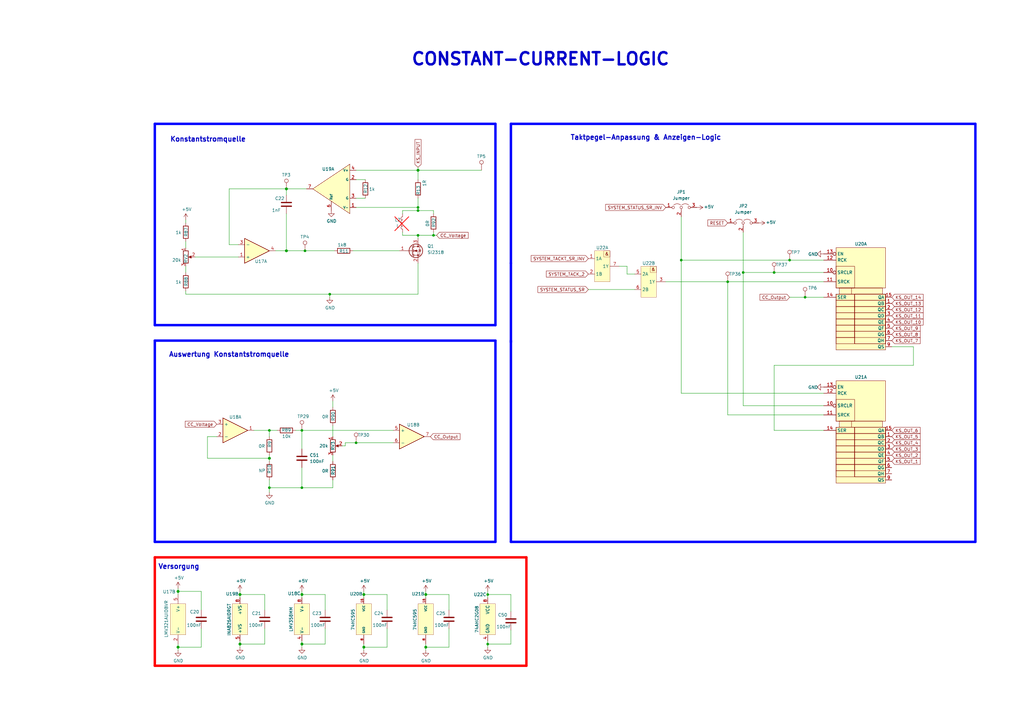
<source format=kicad_sch>
(kicad_sch (version 20210126) (generator eeschema)
  (paper "A3")
  (title_block (title "Kabeltester") (company "BMK Group") (comment 1 "Erstellt: Maximilian Hoffmann") (comment 2 "Geprüft: Robert Schulz"))
  (lib_symbols
    (symbol "Connector:TestPoint" (pin_numbers hide) (pin_names (offset 0.762) hide)
      (property "Reference" "TP" (at 0 6.858 0))
      (property "Value" "TestPoint" (at 0 5.08 0))
      (symbol "TestPoint_1_1"
        (pin passive line (at 0 0 90) (length 2.54) (name "1") (number "1"))
      )
    )
    (symbol "Device:C_1" (pin_numbers hide) (pin_names (offset 0.254))
      (property "Reference" "C" (at 0.635 2.54 0))
      (property "Value" "C" (at 0.635 -2.54 0))
      (symbol "C_1_1_1"
        (pin passive line (at 0 3.81 270) (length 2.794) (name "~") (number "1"))
        (pin passive line (at 0 -3.81 90) (length 2.794) (name "~") (number "2"))
      )
    )
    (symbol "Device:C_2" (pin_numbers hide) (pin_names (offset 0.254))
      (property "Reference" "C" (at 0.635 2.54 0))
      (property "Value" "C" (at 0.635 -2.54 0))
      (symbol "C_2_1_1"
        (pin passive line (at 0 3.81 270) (length 2.794) (name "~") (number "1"))
        (pin passive line (at 0 -3.81 90) (length 2.794) (name "~") (number "2"))
      )
    )
    (symbol "Device:C_3" (pin_numbers hide) (pin_names (offset 0.254))
      (property "Reference" "C" (at 0.635 2.54 0))
      (property "Value" "C" (at 0.635 -2.54 0))
      (symbol "C_3_1_1"
        (pin passive line (at 0 3.81 270) (length 2.794) (name "~") (number "1"))
        (pin passive line (at 0 -3.81 90) (length 2.794) (name "~") (number "2"))
      )
    )
    (symbol "Device:C_4" (pin_numbers hide) (pin_names (offset 0.254))
      (property "Reference" "C" (at 0.635 2.54 0))
      (property "Value" "C" (at 0.635 -2.54 0))
      (symbol "C_4_1_1"
        (pin passive line (at 0 3.81 270) (length 2.794) (name "~") (number "1"))
        (pin passive line (at 0 -3.81 90) (length 2.794) (name "~") (number "2"))
      )
    )
    (symbol "Device:C_5" (pin_numbers hide) (pin_names (offset 0.254))
      (property "Reference" "C" (at 0.635 2.54 0))
      (property "Value" "C" (at 0.635 -2.54 0))
      (symbol "C_5_1_1"
        (pin passive line (at 0 3.81 270) (length 2.794) (name "~") (number "1"))
        (pin passive line (at 0 -3.81 90) (length 2.794) (name "~") (number "2"))
      )
    )
    (symbol "Device:C_6" (pin_numbers hide) (pin_names (offset 0.254))
      (property "Reference" "C" (at 0.635 2.54 0))
      (property "Value" "C" (at 0.635 -2.54 0))
      (symbol "C_6_1_1"
        (pin passive line (at 0 3.81 270) (length 2.794) (name "~") (number "1"))
        (pin passive line (at 0 -3.81 90) (length 2.794) (name "~") (number "2"))
      )
    )
    (symbol "Device:C_8" (pin_numbers hide) (pin_names (offset 0.254))
      (property "Reference" "C" (at 0.635 2.54 0))
      (property "Value" "C" (at 0.635 -2.54 0))
      (symbol "C_8_1_1"
        (pin passive line (at 0 3.81 270) (length 2.794) (name "~") (number "1"))
        (pin passive line (at 0 -3.81 90) (length 2.794) (name "~") (number "2"))
      )
    )
    (symbol "Device:C_9" (pin_numbers hide) (pin_names (offset 0.254))
      (property "Reference" "C" (at 0.635 2.54 0))
      (property "Value" "C" (at 0.635 -2.54 0))
      (symbol "C_9_1_1"
        (pin passive line (at 0 3.81 270) (length 2.794) (name "~") (number "1"))
        (pin passive line (at 0 -3.81 90) (length 2.794) (name "~") (number "2"))
      )
    )
    (symbol "Device:L" (pin_numbers hide) (pin_names (offset 1.016) hide)
      (property "Reference" "L" (at -1.27 0 90))
      (property "Value" "L" (at 1.905 0 90))
      (symbol "L_1_1"
        (pin passive line (at 0 3.81 270) (length 1.27) (name "1") (number "1"))
        (pin passive line (at 0 -3.81 90) (length 1.27) (name "2") (number "2"))
      )
    )
    (symbol "Device:R" (pin_numbers hide) (pin_names (offset 0))
      (property "Reference" "R" (at 2.032 0 90))
      (property "Value" "R" (at 0 0 90))
      (symbol "R_1_1"
        (pin passive line (at 0 3.81 270) (length 1.27) (name "~") (number "1"))
        (pin passive line (at 0 -3.81 90) (length 1.27) (name "~") (number "2"))
      )
    )
    (symbol "Device:R_1" (pin_numbers hide) (pin_names (offset 0))
      (property "Reference" "R" (at 2.032 0 90))
      (property "Value" "R" (at 0 0 90))
      (symbol "R_1_1_1"
        (pin passive line (at 0 3.81 270) (length 1.27) (name "~") (number "1"))
        (pin passive line (at 0 -3.81 90) (length 1.27) (name "~") (number "2"))
      )
    )
    (symbol "Device:R_2" (pin_numbers hide) (pin_names (offset 0))
      (property "Reference" "R" (at 2.032 0 90))
      (property "Value" "R" (at 0 0 90))
      (symbol "R_2_1_1"
        (pin passive line (at 0 3.81 270) (length 1.27) (name "~") (number "1"))
        (pin passive line (at 0 -3.81 90) (length 1.27) (name "~") (number "2"))
      )
    )
    (symbol "Device:R_3" (pin_numbers hide) (pin_names (offset 0))
      (property "Reference" "R" (at 2.032 0 90))
      (property "Value" "R" (at 0 0 90))
      (symbol "R_3_1_1"
        (pin passive line (at 0 3.81 270) (length 1.27) (name "~") (number "1"))
        (pin passive line (at 0 -3.81 90) (length 1.27) (name "~") (number "2"))
      )
    )
    (symbol "Device:R_4" (pin_numbers hide) (pin_names (offset 0))
      (property "Reference" "R" (at 2.032 0 90))
      (property "Value" "R" (at 0 0 90))
      (symbol "R_4_1_1"
        (pin passive line (at 0 3.81 270) (length 1.27) (name "~") (number "1"))
        (pin passive line (at 0 -3.81 90) (length 1.27) (name "~") (number "2"))
      )
    )
    (symbol "Device:R_Potentiometer" (pin_names (offset 1.016) hide)
      (property "Reference" "RV" (at -4.445 0 90))
      (property "Value" "R_Potentiometer" (at -2.54 0 90))
      (symbol "R_Potentiometer_1_1"
        (pin passive line (at 0 3.81 270) (length 1.27) (name "1") (number "1"))
        (pin passive line (at 3.81 0 180) (length 1.27) (name "2") (number "2"))
        (pin passive line (at 0 -3.81 90) (length 1.27) (name "3") (number "3"))
      )
    )
    (symbol "Jumper:Jumper_3_Open" (pin_names (offset 0) hide)
      (property "Reference" "JP" (at -2.54 -2.54 0))
      (property "Value" "Jumper_3_Open" (at 0 2.794 0))
      (symbol "Jumper_3_Open_1_1"
        (pin passive line (at -6.35 0 0) (length 2.54) (name "A") (number "1"))
        (pin input line (at 0 -3.81 90) (length 2.54) (name "C") (number "2"))
        (pin passive line (at 6.35 0 180) (length 2.54) (name "B") (number "3"))
      )
    )
    (symbol "Kabeltester:74AHC2G08"
      (property "Reference" "U" (at 0 9.525 0))
      (property "Value" "74AHC2G08" (at 0 7.62 0))
      (symbol "74AHC2G08_1_1"
        (text "&" (at 1.905 5.08 0) (effects (font (size 1.27 1.27))))
        (pin input line (at -5.715 3.175 0) (length 2.54) (name "1A") (number "1"))
        (pin input line (at -5.715 -3.175 0) (length 2.54) (name "1B") (number "2"))
        (pin output line (at 6.985 0 180) (length 3.81) (name "1Y") (number "7"))
      )
      (symbol "74AHC2G08_2_1"
        (text "&" (at 1.905 5.08 0) (effects (font (size 1.27 1.27))))
        (pin input line (at -5.715 3.175 0) (length 2.54) (name "2A") (number "5"))
        (pin input line (at -5.715 -3.175 0) (length 2.54) (name "2B") (number "6"))
        (pin output line (at 6.985 0 180) (length 3.81) (name "1Y") (number "3"))
      )
      (symbol "74AHC2G08_3_1"
        (pin bidirectional line (at 0 8.89 270) (length 2.54) (name "VCC") (number "8"))
        (pin output line (at 0 -8.89 90) (length 2.54) (name "GND") (number "4"))
      )
    )
    (symbol "Kabeltester:74HC595"
      (property "Reference" "U" (at 0 26.67 0))
      (property "Value" "74HC595" (at 0 24.13 0))
      (symbol "74HC595_1_1"
        (pin output line (at 12.7 -1.27 180) (length 2.54) (name "QB") (number "1"))
        (pin input inverted (at -15.24 11.43 0) (length 5.08) (name "SRCLR") (number "10"))
        (pin input line (at -15.24 7.62 0) (length 5.08) (name "SRCK") (number "11"))
        (pin input line (at -15.24 16.51 0) (length 5.08) (name "RCK") (number "12"))
        (pin input inverted (at -15.24 19.05 0) (length 5.08) (name "EN") (number "13"))
        (pin input line (at -15.24 1.27 0) (length 5.08) (name "SER") (number "14"))
        (pin output line (at 12.7 1.27 180) (length 2.54) (name "QA") (number "15"))
        (pin output line (at 12.7 -3.81 180) (length 2.54) (name "QC") (number "2"))
        (pin output line (at 12.7 -6.35 180) (length 2.54) (name "QD") (number "3"))
        (pin output line (at 12.7 -8.89 180) (length 2.54) (name "QE") (number "4"))
        (pin output line (at 12.7 -11.43 180) (length 2.54) (name "QF") (number "5"))
        (pin output line (at 12.7 -13.97 180) (length 2.54) (name "QG") (number "6"))
        (pin output line (at 12.7 -16.51 180) (length 2.54) (name "QH") (number "7"))
        (pin output line (at 12.7 -19.05 180) (length 2.54) (name "QS") (number "9"))
      )
      (symbol "74HC595_2_1"
        (pin input line (at 0 8.89 270) (length 2.54) (name "VCC") (number "16"))
        (pin input line (at 0 -10.16 90) (length 3.81) (name "GND") (number "8"))
      )
    )
    (symbol "Kabeltester:74HC595_1"
      (property "Reference" "U" (at 0 26.67 0))
      (property "Value" "74HC595" (at 0 24.13 0))
      (symbol "74HC595_1_1_1"
        (pin output line (at 12.7 -1.27 180) (length 2.54) (name "QB") (number "1"))
        (pin input inverted (at -15.24 11.43 0) (length 5.08) (name "SRCLR") (number "10"))
        (pin input line (at -15.24 7.62 0) (length 5.08) (name "SRCK") (number "11"))
        (pin input line (at -15.24 16.51 0) (length 5.08) (name "RCK") (number "12"))
        (pin input inverted (at -15.24 19.05 0) (length 5.08) (name "EN") (number "13"))
        (pin input line (at -15.24 1.27 0) (length 5.08) (name "SER") (number "14"))
        (pin output line (at 12.7 1.27 180) (length 2.54) (name "QA") (number "15"))
        (pin output line (at 12.7 -3.81 180) (length 2.54) (name "QC") (number "2"))
        (pin output line (at 12.7 -6.35 180) (length 2.54) (name "QD") (number "3"))
        (pin output line (at 12.7 -8.89 180) (length 2.54) (name "QE") (number "4"))
        (pin output line (at 12.7 -11.43 180) (length 2.54) (name "QF") (number "5"))
        (pin output line (at 12.7 -13.97 180) (length 2.54) (name "QG") (number "6"))
        (pin output line (at 12.7 -16.51 180) (length 2.54) (name "QH") (number "7"))
        (pin output line (at 12.7 -19.05 180) (length 2.54) (name "QS") (number "9"))
      )
      (symbol "74HC595_1_2_1"
        (pin input line (at 0 8.89 270) (length 2.54) (name "VCC") (number "16"))
        (pin input line (at 0 -10.16 90) (length 3.81) (name "GND") (number "8"))
      )
    )
    (symbol "Kabeltester:74HC595_2"
      (property "Reference" "U" (at 0 26.67 0))
      (property "Value" "74HC595" (at 0 24.13 0))
      (symbol "74HC595_2_1_1"
        (pin output line (at 12.7 -1.27 180) (length 2.54) (name "QB") (number "1"))
        (pin input inverted (at -15.24 11.43 0) (length 5.08) (name "SRCLR") (number "10"))
        (pin input line (at -15.24 7.62 0) (length 5.08) (name "SRCK") (number "11"))
        (pin input line (at -15.24 16.51 0) (length 5.08) (name "RCK") (number "12"))
        (pin input inverted (at -15.24 19.05 0) (length 5.08) (name "EN") (number "13"))
        (pin input line (at -15.24 1.27 0) (length 5.08) (name "SER") (number "14"))
        (pin output line (at 12.7 1.27 180) (length 2.54) (name "QA") (number "15"))
        (pin output line (at 12.7 -3.81 180) (length 2.54) (name "QC") (number "2"))
        (pin output line (at 12.7 -6.35 180) (length 2.54) (name "QD") (number "3"))
        (pin output line (at 12.7 -8.89 180) (length 2.54) (name "QE") (number "4"))
        (pin output line (at 12.7 -11.43 180) (length 2.54) (name "QF") (number "5"))
        (pin output line (at 12.7 -13.97 180) (length 2.54) (name "QG") (number "6"))
        (pin output line (at 12.7 -16.51 180) (length 2.54) (name "QH") (number "7"))
        (pin output line (at 12.7 -19.05 180) (length 2.54) (name "QS") (number "9"))
      )
      (symbol "74HC595_2_2_1"
        (pin input line (at 0 8.89 270) (length 2.54) (name "VCC") (number "16"))
        (pin input line (at 0 -10.16 90) (length 3.81) (name "GND") (number "8"))
      )
    )
    (symbol "Kabeltester:74HC595_3"
      (property "Reference" "U" (at 0 26.67 0))
      (property "Value" "74HC595" (at 0 24.13 0))
      (symbol "74HC595_3_1_1"
        (pin output line (at 12.7 -1.27 180) (length 2.54) (name "QB") (number "1"))
        (pin input inverted (at -15.24 11.43 0) (length 5.08) (name "SRCLR") (number "10"))
        (pin input line (at -15.24 7.62 0) (length 5.08) (name "SRCK") (number "11"))
        (pin input line (at -15.24 16.51 0) (length 5.08) (name "RCK") (number "12"))
        (pin input inverted (at -15.24 19.05 0) (length 5.08) (name "EN") (number "13"))
        (pin input line (at -15.24 1.27 0) (length 5.08) (name "SER") (number "14"))
        (pin output line (at 12.7 1.27 180) (length 2.54) (name "QA") (number "15"))
        (pin output line (at 12.7 -3.81 180) (length 2.54) (name "QC") (number "2"))
        (pin output line (at 12.7 -6.35 180) (length 2.54) (name "QD") (number "3"))
        (pin output line (at 12.7 -8.89 180) (length 2.54) (name "QE") (number "4"))
        (pin output line (at 12.7 -11.43 180) (length 2.54) (name "QF") (number "5"))
        (pin output line (at 12.7 -13.97 180) (length 2.54) (name "QG") (number "6"))
        (pin output line (at 12.7 -16.51 180) (length 2.54) (name "QH") (number "7"))
        (pin output line (at 12.7 -19.05 180) (length 2.54) (name "QS") (number "9"))
      )
      (symbol "74HC595_3_2_1"
        (pin input line (at 0 8.89 270) (length 2.54) (name "VCC") (number "16"))
        (pin input line (at 0 -10.16 90) (length 3.81) (name "GND") (number "8"))
      )
    )
    (symbol "Kabeltester:INA826AIDRGT"
      (property "Reference" "U" (at 0 20.955 0))
      (property "Value" "INA826AIDRGT" (at 0 18.415 0))
      (symbol "INA826AIDRGT_1_1"
        (pin input line (at -8.255 -7.62 0) (length 2.54) (name "V-") (number "1"))
        (pin input line (at -8.255 3.81 0) (length 2.54) (name "G") (number "2"))
        (pin input line (at -8.255 -3.81 0) (length 2.54) (name "G") (number "3"))
        (pin input line (at -8.255 7.62 0) (length 2.54) (name "V+") (number "4"))
        (pin output line (at 1.905 -8.89 90) (length 3.81) (name "Ref") (number "6"))
        (pin output line (at 12.065 0 180) (length 2.54) (name "~") (number "7"))
      )
      (symbol "INA826AIDRGT_2_1"
        (pin bidirectional line (at 0 8.89 270) (length 2.54) (name "+VS") (number "8"))
        (pin bidirectional line (at 0 -8.89 90) (length 2.54) (name "+VS") (number "5"))
      )
    )
    (symbol "Kabeltester:INA826AIDRGT_1"
      (property "Reference" "U" (at 0 20.955 0))
      (property "Value" "INA826AIDRGT" (at 0 18.415 0))
      (symbol "INA826AIDRGT_1_1_1"
        (pin input line (at -8.255 -7.62 0) (length 2.54) (name "V-") (number "1"))
        (pin input line (at -8.255 3.81 0) (length 2.54) (name "G") (number "2"))
        (pin input line (at -8.255 -3.81 0) (length 2.54) (name "G") (number "3"))
        (pin input line (at -8.255 7.62 0) (length 2.54) (name "V+") (number "4"))
        (pin output line (at 1.905 -8.89 90) (length 3.81) (name "Ref") (number "6"))
        (pin output line (at 12.065 0 180) (length 2.54) (name "~") (number "7"))
      )
      (symbol "INA826AIDRGT_1_2_1"
        (pin bidirectional line (at 0 8.89 270) (length 2.54) (name "+VS") (number "8"))
        (pin bidirectional line (at 0 -8.89 90) (length 2.54) (name "+VS") (number "5"))
      )
    )
    (symbol "Kabeltester:LMV321AUIDBVR"
      (property "Reference" "U" (at 0 17.145 0))
      (property "Value" "LMV321AUIDBVR" (at 0 14.605 0))
      (symbol "LMV321AUIDBVR_1_1"
        (pin input line (at -6.985 2.54 0) (length 2.54) (name "+") (number "1"))
        (pin input line (at -6.985 -2.54 0) (length 2.54) (name "-") (number "3"))
        (pin output line (at 8.255 0 180) (length 2.54) (name "~") (number "4"))
      )
      (symbol "LMV321AUIDBVR_2_1"
        (pin power_in line (at 0 10.16 270) (length 3.81) (name "V+") (number "5"))
        (pin power_in line (at 0 -10.16 90) (length 3.81) (name "V-") (number "2"))
      )
    )
    (symbol "Kabeltester:LMV321AUIDBVR_1"
      (property "Reference" "U" (at 0 17.145 0))
      (property "Value" "LMV321AUIDBVR" (at 0 14.605 0))
      (symbol "LMV321AUIDBVR_1_1_1"
        (pin input line (at -6.985 2.54 0) (length 2.54) (name "+") (number "1"))
        (pin input line (at -6.985 -2.54 0) (length 2.54) (name "-") (number "3"))
        (pin output line (at 8.255 0 180) (length 2.54) (name "~") (number "4"))
      )
      (symbol "LMV321AUIDBVR_1_2_1"
        (pin power_in line (at 0 10.16 270) (length 3.81) (name "V+") (number "5"))
        (pin power_in line (at 0 -10.16 90) (length 3.81) (name "V-") (number "2"))
      )
    )
    (symbol "Kabeltester:LMV358MM"
      (property "Reference" "U" (at 0 13.335 0))
      (property "Value" "LMV358MM" (at 0 10.795 0))
      (symbol "LMV358MM_1_1"
        (pin input line (at -6.35 2.54 0) (length 2.54) (name "+") (number "3"))
        (pin input line (at -6.35 -2.54 0) (length 2.54) (name "-") (number "2"))
        (pin output line (at 8.89 0 180) (length 2.54) (name "~") (number "1"))
      )
      (symbol "LMV358MM_2_1"
        (pin input line (at -6.35 2.54 0) (length 2.54) (name "+") (number "5"))
        (pin input line (at -6.35 -2.54 0) (length 2.54) (name "-") (number "6"))
        (pin output line (at 8.89 0 180) (length 2.54) (name "~") (number "7"))
      )
      (symbol "LMV358MM_3_1"
        (pin input line (at 0 8.89 270) (length 2.54) (name "V+") (number "8"))
        (pin input line (at 0 -8.89 90) (length 2.54) (name "V-") (number "4"))
      )
    )
    (symbol "Kabeltester:LMV358MM_1"
      (property "Reference" "U" (at 0 13.335 0))
      (property "Value" "LMV358MM" (at 0 10.795 0))
      (symbol "LMV358MM_1_1_1"
        (pin input line (at -6.35 2.54 0) (length 2.54) (name "+") (number "3"))
        (pin input line (at -6.35 -2.54 0) (length 2.54) (name "-") (number "2"))
        (pin output line (at 8.89 0 180) (length 2.54) (name "~") (number "1"))
      )
      (symbol "LMV358MM_1_2_1"
        (pin input line (at -6.35 2.54 0) (length 2.54) (name "+") (number "5"))
        (pin input line (at -6.35 -2.54 0) (length 2.54) (name "-") (number "6"))
        (pin output line (at 8.89 0 180) (length 2.54) (name "~") (number "7"))
      )
      (symbol "LMV358MM_1_3_1"
        (pin input line (at 0 8.89 270) (length 2.54) (name "V+") (number "8"))
        (pin input line (at 0 -8.89 90) (length 2.54) (name "V-") (number "4"))
      )
    )
    (symbol "Kabeltester:LMV358MM_2"
      (property "Reference" "U" (at 0 13.335 0))
      (property "Value" "LMV358MM" (at 0 10.795 0))
      (symbol "LMV358MM_2_1_1"
        (pin input line (at -6.35 2.54 0) (length 2.54) (name "+") (number "3"))
        (pin input line (at -6.35 -2.54 0) (length 2.54) (name "-") (number "2"))
        (pin output line (at 8.89 0 180) (length 2.54) (name "~") (number "1"))
      )
      (symbol "LMV358MM_2_2_1"
        (pin input line (at -6.35 2.54 0) (length 2.54) (name "+") (number "5"))
        (pin input line (at -6.35 -2.54 0) (length 2.54) (name "-") (number "6"))
        (pin output line (at 8.89 0 180) (length 2.54) (name "~") (number "7"))
      )
      (symbol "LMV358MM_2_3_1"
        (pin input line (at 0 8.89 270) (length 2.54) (name "V+") (number "8"))
        (pin input line (at 0 -8.89 90) (length 2.54) (name "V-") (number "4"))
      )
    )
    (symbol "Transistor_FET:BSS123" (pin_names hide)
      (property "Reference" "Q" (at 5.08 1.905 0))
      (property "Value" "BSS123" (at 5.08 0 0))
      (symbol "BSS123_1_1"
        (pin input line (at -5.08 0 0) (length 2.54) (name "G") (number "1"))
        (pin passive line (at 2.54 -5.08 90) (length 2.54) (name "S") (number "2"))
        (pin passive line (at 2.54 5.08 270) (length 2.54) (name "D") (number "3"))
      )
    )
    (symbol "power:+5V" (power) (pin_names (offset 0))
      (property "Value" "+5V" (at 0 3.556 0))
      (symbol "+5V_1_1"
        (pin power_in line (at 0 0 90) (length 0) hide (name "+5V") (number "1"))
      )
    )
    (symbol "power:GND" (power) (pin_names (offset 0))
      (property "Value" "GND" (at 0 -3.81 0))
      (symbol "GND_1_1"
        (pin power_in line (at 0 0 270) (length 0) hide (name "GND") (number "1"))
      )
    )
  )
  (junction (at 73.025 242.57) (diameter 1.016))
  (junction (at 73.025 265.43) (diameter 1.016))
  (junction (at 98.425 243.84) (diameter 1.016))
  (junction (at 98.425 264.16) (diameter 1.016))
  (junction (at 110.49 176.53) (diameter 0.9144))
  (junction (at 110.49 187.96) (diameter 1.016))
  (junction (at 110.49 200.025) (diameter 0.9144))
  (junction (at 117.475 77.47) (diameter 1.016))
  (junction (at 117.475 102.87) (diameter 1.016))
  (junction (at 123.825 176.53) (diameter 0.9144))
  (junction (at 123.825 200.025) (diameter 0.9144))
  (junction (at 123.825 243.84) (diameter 1.016))
  (junction (at 123.825 264.16) (diameter 1.016))
  (junction (at 125.095 102.87) (diameter 0.9144))
  (junction (at 135.255 120.65) (diameter 0.9144))
  (junction (at 146.05 181.61) (diameter 0.9144))
  (junction (at 149.225 243.84) (diameter 1.016))
  (junction (at 149.225 265.43) (diameter 1.016))
  (junction (at 171.45 69.85) (diameter 1.016))
  (junction (at 171.45 85.09) (diameter 0.9144))
  (junction (at 171.45 86.36) (diameter 0.9144))
  (junction (at 171.45 96.52) (diameter 0.9144))
  (junction (at 174.625 243.84) (diameter 1.016))
  (junction (at 174.625 265.43) (diameter 1.016))
  (junction (at 177.8 96.52) (diameter 0.9144))
  (junction (at 200.025 243.84) (diameter 0.9144))
  (junction (at 200.025 264.16) (diameter 0.9144))
  (junction (at 279.4 106.68) (diameter 0.9144))
  (junction (at 298.45 115.57) (diameter 0.9144))
  (junction (at 304.8 111.76) (diameter 0.9144))
  (junction (at 317.5 111.76) (diameter 0.9144))
  (junction (at 323.85 106.68) (diameter 0.9144))
  (junction (at 330.2 121.92) (diameter 0.9144))
  (wire (pts (xy 73.025 241.3) (xy 73.025 242.57)))
  (wire (pts (xy 73.025 242.57) (xy 73.025 243.84)))
  (wire (pts (xy 73.025 264.16) (xy 73.025 265.43)))
  (wire (pts (xy 73.025 265.43) (xy 73.025 266.7)))
  (wire (pts (xy 76.2 90.17) (xy 76.2 91.44)))
  (wire (pts (xy 76.2 99.06) (xy 76.2 101.6)))
  (wire (pts (xy 76.2 109.22) (xy 76.2 111.76)))
  (wire (pts (xy 76.2 119.38) (xy 76.2 120.65)))
  (wire (pts (xy 76.2 120.65) (xy 135.255 120.65)))
  (wire (pts (xy 80.01 105.41) (xy 97.79 105.41)))
  (wire (pts (xy 82.55 242.57) (xy 73.025 242.57)))
  (wire (pts (xy 82.55 250.19) (xy 82.55 242.57)))
  (wire (pts (xy 82.55 257.81) (xy 82.55 265.43)))
  (wire (pts (xy 82.55 265.43) (xy 73.025 265.43)))
  (wire (pts (xy 85.09 179.07) (xy 85.09 187.96)))
  (wire (pts (xy 85.09 179.07) (xy 88.9 179.07)))
  (wire (pts (xy 85.09 187.96) (xy 110.49 187.96)))
  (wire (pts (xy 93.98 77.47) (xy 93.98 100.33)))
  (wire (pts (xy 93.98 77.47) (xy 117.475 77.47)))
  (wire (pts (xy 93.98 100.33) (xy 97.79 100.33)))
  (wire (pts (xy 98.425 242.57) (xy 98.425 243.84)))
  (wire (pts (xy 98.425 243.84) (xy 98.425 245.11)))
  (wire (pts (xy 98.425 264.16) (xy 98.425 262.89)))
  (wire (pts (xy 98.425 264.16) (xy 98.425 265.43)))
  (wire (pts (xy 104.14 176.53) (xy 110.49 176.53)))
  (wire (pts (xy 108.585 243.84) (xy 98.425 243.84)))
  (wire (pts (xy 108.585 250.19) (xy 108.585 243.84)))
  (wire (pts (xy 108.585 257.81) (xy 108.585 264.16)))
  (wire (pts (xy 108.585 264.16) (xy 98.425 264.16)))
  (wire (pts (xy 110.49 176.53) (xy 110.49 179.07)))
  (wire (pts (xy 110.49 176.53) (xy 113.665 176.53)))
  (wire (pts (xy 110.49 186.69) (xy 110.49 187.96)))
  (wire (pts (xy 110.49 187.96) (xy 110.49 189.23)))
  (wire (pts (xy 110.49 196.85) (xy 110.49 200.025)))
  (wire (pts (xy 110.49 200.025) (xy 110.49 201.93)))
  (wire (pts (xy 110.49 200.025) (xy 123.825 200.025)))
  (wire (pts (xy 113.03 102.87) (xy 117.475 102.87)))
  (wire (pts (xy 117.475 77.47) (xy 117.475 80.01)))
  (wire (pts (xy 117.475 77.47) (xy 125.73 77.47)))
  (wire (pts (xy 117.475 87.63) (xy 117.475 102.87)))
  (wire (pts (xy 117.475 102.87) (xy 125.095 102.87)))
  (wire (pts (xy 121.285 176.53) (xy 123.825 176.53)))
  (wire (pts (xy 123.825 176.53) (xy 123.825 184.15)))
  (wire (pts (xy 123.825 176.53) (xy 161.29 176.53)))
  (wire (pts (xy 123.825 191.77) (xy 123.825 200.025)))
  (wire (pts (xy 123.825 200.025) (xy 136.525 200.025)))
  (wire (pts (xy 123.825 242.57) (xy 123.825 243.84)))
  (wire (pts (xy 123.825 243.84) (xy 123.825 245.11)))
  (wire (pts (xy 123.825 262.89) (xy 123.825 264.16)))
  (wire (pts (xy 123.825 264.16) (xy 123.825 265.43)))
  (wire (pts (xy 125.095 102.87) (xy 137.16 102.87)))
  (wire (pts (xy 133.35 243.84) (xy 123.825 243.84)))
  (wire (pts (xy 133.35 250.19) (xy 133.35 243.84)))
  (wire (pts (xy 133.35 257.81) (xy 133.35 264.16)))
  (wire (pts (xy 133.35 264.16) (xy 123.825 264.16)))
  (wire (pts (xy 135.255 120.65) (xy 135.255 121.92)))
  (wire (pts (xy 135.255 120.65) (xy 171.45 120.65)))
  (wire (pts (xy 136.525 164.465) (xy 136.525 167.005)))
  (wire (pts (xy 136.525 174.625) (xy 136.525 179.07)))
  (wire (pts (xy 136.525 186.69) (xy 136.525 189.23)))
  (wire (pts (xy 136.525 196.85) (xy 136.525 200.025)))
  (wire (pts (xy 140.335 182.88) (xy 141.605 182.88)))
  (wire (pts (xy 141.605 181.61) (xy 141.605 182.88)))
  (wire (pts (xy 141.605 181.61) (xy 146.05 181.61)))
  (wire (pts (xy 144.78 102.87) (xy 163.83 102.87)))
  (wire (pts (xy 146.05 69.85) (xy 171.45 69.85)))
  (wire (pts (xy 146.05 73.66) (xy 149.86 73.66)))
  (wire (pts (xy 146.05 81.28) (xy 149.86 81.28)))
  (wire (pts (xy 146.05 85.09) (xy 171.45 85.09)))
  (wire (pts (xy 146.05 181.61) (xy 161.29 181.61)))
  (wire (pts (xy 149.225 242.57) (xy 149.225 243.84)))
  (wire (pts (xy 149.225 243.84) (xy 149.225 245.11)))
  (wire (pts (xy 149.225 264.16) (xy 149.225 265.43)))
  (wire (pts (xy 149.225 265.43) (xy 149.225 266.7)))
  (wire (pts (xy 158.75 243.84) (xy 149.225 243.84)))
  (wire (pts (xy 158.75 250.19) (xy 158.75 243.84)))
  (wire (pts (xy 158.75 257.81) (xy 158.75 265.43)))
  (wire (pts (xy 158.75 265.43) (xy 149.225 265.43)))
  (wire (pts (xy 165.1 86.36) (xy 171.45 86.36)))
  (wire (pts (xy 165.1 87.63) (xy 165.1 86.36)))
  (wire (pts (xy 165.1 95.25) (xy 165.1 96.52)))
  (wire (pts (xy 165.1 96.52) (xy 171.45 96.52)))
  (wire (pts (xy 171.45 68.58) (xy 171.45 69.85)))
  (wire (pts (xy 171.45 69.85) (xy 171.45 73.66)))
  (wire (pts (xy 171.45 69.85) (xy 197.485 69.85)))
  (wire (pts (xy 171.45 81.28) (xy 171.45 85.09)))
  (wire (pts (xy 171.45 85.09) (xy 171.45 86.36)))
  (wire (pts (xy 171.45 86.36) (xy 177.8 86.36)))
  (wire (pts (xy 171.45 96.52) (xy 171.45 97.79)))
  (wire (pts (xy 171.45 96.52) (xy 177.8 96.52)))
  (wire (pts (xy 171.45 107.95) (xy 171.45 120.65)))
  (wire (pts (xy 174.625 242.57) (xy 174.625 243.84)))
  (wire (pts (xy 174.625 243.84) (xy 174.625 245.11)))
  (wire (pts (xy 174.625 264.16) (xy 174.625 265.43)))
  (wire (pts (xy 174.625 265.43) (xy 174.625 266.7)))
  (wire (pts (xy 177.8 87.63) (xy 177.8 86.36)))
  (wire (pts (xy 177.8 95.25) (xy 177.8 96.52)))
  (wire (pts (xy 177.8 96.52) (xy 179.07 96.52)))
  (wire (pts (xy 184.15 243.84) (xy 174.625 243.84)))
  (wire (pts (xy 184.15 250.19) (xy 184.15 243.84)))
  (wire (pts (xy 184.15 257.81) (xy 184.15 265.43)))
  (wire (pts (xy 184.15 265.43) (xy 174.625 265.43)))
  (wire (pts (xy 200.025 242.57) (xy 200.025 243.84)))
  (wire (pts (xy 200.025 243.84) (xy 200.025 245.11)))
  (wire (pts (xy 200.025 262.89) (xy 200.025 264.16)))
  (wire (pts (xy 200.025 264.16) (xy 200.025 265.43)))
  (wire (pts (xy 209.55 243.84) (xy 200.025 243.84)))
  (wire (pts (xy 209.55 250.825) (xy 209.55 243.84)))
  (wire (pts (xy 209.55 258.445) (xy 209.55 264.16)))
  (wire (pts (xy 209.55 264.16) (xy 200.025 264.16)))
  (wire (pts (xy 241.3 118.745) (xy 260.35 118.745)))
  (wire (pts (xy 254 109.22) (xy 257.175 109.22)))
  (wire (pts (xy 257.175 109.22) (xy 257.175 112.395)))
  (wire (pts (xy 257.175 112.395) (xy 260.35 112.395)))
  (wire (pts (xy 273.05 115.57) (xy 298.45 115.57)))
  (wire (pts (xy 279.4 88.9) (xy 279.4 106.68)))
  (wire (pts (xy 279.4 106.68) (xy 279.4 161.29)))
  (wire (pts (xy 279.4 106.68) (xy 323.85 106.68)))
  (wire (pts (xy 279.4 161.29) (xy 337.82 161.29)))
  (wire (pts (xy 298.45 115.57) (xy 298.45 170.18)))
  (wire (pts (xy 298.45 115.57) (xy 337.82 115.57)))
  (wire (pts (xy 298.45 170.18) (xy 337.82 170.18)))
  (wire (pts (xy 304.8 111.76) (xy 304.8 95.25)))
  (wire (pts (xy 304.8 111.76) (xy 317.5 111.76)))
  (wire (pts (xy 304.8 166.37) (xy 304.8 111.76)))
  (wire (pts (xy 317.5 111.76) (xy 337.82 111.76)))
  (wire (pts (xy 317.5 149.86) (xy 317.5 176.53)))
  (wire (pts (xy 317.5 176.53) (xy 337.82 176.53)))
  (wire (pts (xy 323.85 106.68) (xy 337.82 106.68)))
  (wire (pts (xy 323.85 121.92) (xy 330.2 121.92)))
  (wire (pts (xy 330.2 121.92) (xy 337.82 121.92)))
  (wire (pts (xy 337.82 166.37) (xy 304.8 166.37)))
  (wire (pts (xy 365.76 142.24) (xy 374.65 142.24)))
  (wire (pts (xy 374.65 142.24) (xy 374.65 149.86)))
  (wire (pts (xy 374.65 149.86) (xy 317.5 149.86)))
  (polyline (pts (xy 63.5 50.8) (xy 63.5 133.35)) (stroke (width 1) (type solid) (color 0 0 255 1)))
  (polyline (pts (xy 63.5 50.8) (xy 203.2 50.8)) (stroke (width 1) (type solid) (color 0 0 255 1)))
  (polyline (pts (xy 63.5 139.7) (xy 63.5 222.25)) (stroke (width 1) (type solid) (color 0 0 255 1)))
  (polyline (pts (xy 63.5 139.7) (xy 203.2 139.7)) (stroke (width 1) (type solid) (color 0 0 255 1)))
  (polyline (pts (xy 63.5 228.6) (xy 63.5 273.05)) (stroke (width 1) (type solid) (color 255 0 0 1)))
  (polyline (pts (xy 63.5 228.6) (xy 215.9 228.6)) (stroke (width 1) (type solid) (color 255 0 0 1)))
  (polyline (pts (xy 63.5 273.05) (xy 215.9 273.05)) (stroke (width 1) (type solid) (color 255 0 0 1)))
  (polyline (pts (xy 167.64 88.9) (xy 161.925 94.615)) (stroke (width 0.3) (type solid) (color 255 0 0 1)))
  (polyline (pts (xy 167.64 94.615) (xy 161.925 88.9)) (stroke (width 0.3) (type solid) (color 255 0 0 1)))
  (polyline (pts (xy 203.2 50.8) (xy 203.2 133.35)) (stroke (width 1) (type solid) (color 0 0 255 1)))
  (polyline (pts (xy 203.2 133.35) (xy 63.5 133.35)) (stroke (width 1) (type solid) (color 0 0 255 1)))
  (polyline (pts (xy 203.2 139.7) (xy 203.2 222.25)) (stroke (width 1) (type solid) (color 0 0 255 1)))
  (polyline (pts (xy 203.2 222.25) (xy 63.5 222.25)) (stroke (width 1) (type solid) (color 0 0 255 1)))
  (polyline (pts (xy 209.55 50.8) (xy 209.55 107.95)) (stroke (width 1) (type solid) (color 0 0 255 1)))
  (polyline (pts (xy 209.55 50.8) (xy 400.05 50.8)) (stroke (width 1) (type solid) (color 0 0 255 1)))
  (polyline (pts (xy 209.55 139.7) (xy 209.55 222.25)) (stroke (width 1) (type solid) (color 0 0 255 1)))
  (polyline (pts (xy 209.55 140.335) (xy 209.55 107.95)) (stroke (width 1) (type solid) (color 0 0 255 1)))
  (polyline (pts (xy 209.55 222.25) (xy 400.05 222.25)) (stroke (width 1) (type solid) (color 0 0 255 1)))
  (polyline (pts (xy 215.9 273.05) (xy 215.9 228.6)) (stroke (width 1) (type solid) (color 255 0 0 1)))
  (polyline (pts (xy 400.05 222.25) (xy 400.05 50.8)) (stroke (width 1) (type solid) (color 0 0 255 1)))
  (text "Versorgung\n" (at 81.915 233.68 180) (effects (font (size 2 2) (thickness 0.4) bold) (justify right bottom)))
  (text "Konstantstromquelle\n" (at 100.965 58.42 180) (effects (font (size 2 2) (thickness 0.4) bold) (justify right bottom)))
  (text "Auswertung Konstantstromquelle\n" (at 118.745 146.685 180) (effects (font (size 2 2) (thickness 0.4) bold) (justify right bottom)))
  (text "CONSTANT-CURRENT-LOGIC\n" (at 274.955 27.305 180) (effects (font (size 5 5) (thickness 1) bold) (justify right bottom)))
  (text "Taktpegel-Anpassung & Anzeigen-Logic\n\n \n" (at 295.91 64.135 180) (effects (font (size 2 2) (thickness 0.4) bold) (justify right bottom)))
  (global_label "CC_Voltage" (shape input) (at 88.9 173.99 180) (property "Intersheet References" "${INTERSHEET_REFS}" (effects hide)))
  (global_label "KS_INPUT" (shape input) (at 171.45 68.58 90) (property "Intersheet References" "${INTERSHEET_REFS}" (effects hide)))
  (global_label "CC_Output" (shape input) (at 176.53 179.07 0) (property "Intersheet References" "${INTERSHEET_REFS}" (effects hide)))
  (global_label "CC_Voltage" (shape input) (at 179.07 96.52 0) (property "Intersheet References" "${INTERSHEET_REFS}" (effects hide)))
  (global_label "SYSTEM_TACKT_SR_INV" (shape input) (at 241.3 106.045 180) (property "Intersheet References" "${INTERSHEET_REFS}" (effects hide)))
  (global_label "SYSTEM_TACK_2" (shape input) (at 241.3 112.395 180) (property "Intersheet References" "${INTERSHEET_REFS}" (effects hide)))
  (global_label "SYSTEM_STATUS_SR" (shape input) (at 241.3 118.745 180) (property "Intersheet References" "${INTERSHEET_REFS}" (effects hide)))
  (global_label "SYSTEM_STATUS_SR_INV" (shape input) (at 273.05 85.09 180) (property "Intersheet References" "${INTERSHEET_REFS}" (effects hide)))
  (global_label "RESET" (shape input) (at 298.45 91.44 180) (property "Intersheet References" "${INTERSHEET_REFS}" (effects hide)))
  (global_label "CC_Output" (shape input) (at 323.85 121.92 180) (property "Intersheet References" "${INTERSHEET_REFS}" (effects hide)))
  (global_label "KS_OUT_14" (shape input) (at 365.76 121.92 0) (property "Intersheet References" "${INTERSHEET_REFS}" (effects hide)))
  (global_label "KS_OUT_13" (shape input) (at 365.76 124.46 0) (property "Intersheet References" "${INTERSHEET_REFS}" (effects hide)))
  (global_label "KS_OUT_12" (shape input) (at 365.76 127 0) (property "Intersheet References" "${INTERSHEET_REFS}" (effects hide)))
  (global_label "KS_OUT_11" (shape input) (at 365.76 129.54 0) (property "Intersheet References" "${INTERSHEET_REFS}" (effects hide)))
  (global_label "KS_OUT_10" (shape input) (at 365.76 132.08 0) (property "Intersheet References" "${INTERSHEET_REFS}" (effects hide)))
  (global_label "KS_OUT_9" (shape input) (at 365.76 134.62 0) (property "Intersheet References" "${INTERSHEET_REFS}" (effects hide)))
  (global_label "KS_OUT_8" (shape input) (at 365.76 137.16 0) (property "Intersheet References" "${INTERSHEET_REFS}" (effects hide)))
  (global_label "KS_OUT_7" (shape input) (at 365.76 139.7 0) (property "Intersheet References" "${INTERSHEET_REFS}" (effects hide)))
  (global_label "KS_OUT_6" (shape input) (at 365.76 176.53 0) (property "Intersheet References" "${INTERSHEET_REFS}" (effects hide)))
  (global_label "KS_OUT_5" (shape input) (at 365.76 179.07 0) (property "Intersheet References" "${INTERSHEET_REFS}" (effects hide)))
  (global_label "KS_OUT_4" (shape input) (at 365.76 181.61 0) (property "Intersheet References" "${INTERSHEET_REFS}" (effects hide)))
  (global_label "KS_OUT_3" (shape input) (at 365.76 184.15 0) (property "Intersheet References" "${INTERSHEET_REFS}" (effects hide)))
  (global_label "KS_OUT_2" (shape input) (at 365.76 186.69 0) (property "Intersheet References" "${INTERSHEET_REFS}" (effects hide)))
  (global_label "KS_OUT_1" (shape input) (at 365.76 189.23 0) (property "Intersheet References" "${INTERSHEET_REFS}" (effects hide)))
  (symbol (lib_id "Connector:TestPoint") (at 117.475 77.47 0) (unit 1)
    (property "Reference" "TP3" (at 115.57 71.755 0) (effects (justify left)))
    (property "Value" "TestPoint" (effects hide))
    (property "Footprint" "TestPoint:TestPoint_Pad_D1.0mm" (effects hide))
    (property "BMK-Nr" "-" (effects hide))
    (property "Mouser" "-" (effects hide))
  )
  (symbol (lib_id "Connector:TestPoint") (at 123.825 176.53 0) (unit 1)
    (property "Reference" "TP29" (at 121.92 170.815 0) (effects (justify left)))
    (property "Value" "TestPoint" (effects hide))
    (property "Footprint" "TestPoint:TestPoint_Pad_D1.0mm" (effects hide))
    (property "BMK-Nr" "-" (effects hide))
    (property "Mouser" "-" (effects hide))
  )
  (symbol (lib_id "Connector:TestPoint") (at 125.095 102.87 0) (unit 1)
    (property "Reference" "TP4" (at 123.19 97.155 0) (effects (justify left)))
    (property "Value" "TestPoint" (effects hide))
    (property "Footprint" "TestPoint:TestPoint_Pad_D1.0mm" (effects hide))
    (property "BMK-Nr" "-" (effects hide))
    (property "Mouser" "-" (effects hide))
  )
  (symbol (lib_id "Connector:TestPoint") (at 146.05 181.61 0) (unit 1)
    (property "Reference" "TP30" (at 146.685 178.435 0) (effects (justify left)))
    (property "Value" "TestPoint" (effects hide))
    (property "Footprint" "TestPoint:TestPoint_Pad_D1.0mm" (effects hide))
    (property "BMK-Nr" "-" (effects hide))
    (property "Mouser" "-" (effects hide))
  )
  (symbol (lib_id "Connector:TestPoint") (at 197.485 69.85 0) (unit 1)
    (property "Reference" "TP5" (at 195.58 64.135 0) (effects (justify left)))
    (property "Value" "TestPoint" (effects hide))
    (property "Footprint" "TestPoint:TestPoint_Pad_D1.0mm" (effects hide))
    (property "BMK-Nr" "-" (effects hide))
    (property "Mouser" "-" (effects hide))
  )
  (symbol (lib_id "Connector:TestPoint") (at 298.45 115.57 0) (unit 1)
    (property "Reference" "TP36" (at 299.085 112.395 0) (effects (justify left)))
    (property "Value" "TestPoint" (effects hide))
    (property "Footprint" "TestPoint:TestPoint_Pad_D1.0mm" (effects hide))
    (property "BMK-Nr" "-" (effects hide))
    (property "Mouser" "-" (effects hide))
  )
  (symbol (lib_id "Connector:TestPoint") (at 317.5 111.76 0) (unit 1)
    (property "Reference" "TP37" (at 318.135 108.585 0) (effects (justify left)))
    (property "Value" "TestPoint" (effects hide))
    (property "Footprint" "TestPoint:TestPoint_Pad_D1.0mm" (effects hide))
    (property "BMK-Nr" "-" (effects hide))
    (property "Mouser" "-" (effects hide))
  )
  (symbol (lib_id "Connector:TestPoint") (at 323.85 106.68 0) (unit 1)
    (property "Reference" "TP7" (at 324.485 103.505 0) (effects (justify left)))
    (property "Value" "TestPoint" (effects hide))
    (property "Footprint" "TestPoint:TestPoint_Pad_D1.0mm" (effects hide))
    (property "BMK-Nr" "-" (effects hide))
    (property "Mouser" "-" (effects hide))
  )
  (symbol (lib_id "Connector:TestPoint") (at 330.2 121.92 0) (unit 1)
    (property "Reference" "TP6" (at 331.47 118.11 0) (effects (justify left)))
    (property "Value" "TestPoint" (effects hide))
    (property "Footprint" "TestPoint:TestPoint_Pad_D1.0mm" (effects hide))
    (property "BMK-Nr" "-" (effects hide))
    (property "Mouser" "-" (effects hide))
  )
  (symbol (lib_id "power:+5V") (at 73.025 241.3 0) (unit 1)
    (property "Reference" "#PWR051" (effects hide))
    (property "Value" "+5V" (at 73.3933 236.9756 0))
  )
  (symbol (lib_id "power:+5V") (at 76.2 90.17 0) (unit 1)
    (property "Reference" "#PWR053" (effects hide))
    (property "Value" "+5V" (at 76.5683 85.8456 0))
  )
  (symbol (lib_id "power:+5V") (at 98.425 242.57 0) (unit 1)
    (property "Reference" "#PWR054" (effects hide))
    (property "Value" "+5V" (at 98.7933 238.2456 0))
  )
  (symbol (lib_id "power:+5V") (at 123.825 242.57 0) (unit 1)
    (property "Reference" "#PWR057" (effects hide))
    (property "Value" "+5V" (at 124.1933 238.2456 0))
  )
  (symbol (lib_id "power:+5V") (at 136.525 164.465 0) (unit 1)
    (property "Reference" "#PWR059" (effects hide))
    (property "Value" "+5V" (at 136.8933 160.1406 0))
  )
  (symbol (lib_id "power:+5V") (at 149.225 242.57 0) (unit 1)
    (property "Reference" "#PWR062" (effects hide))
    (property "Value" "+5V" (at 149.5933 238.2456 0))
  )
  (symbol (lib_id "power:+5V") (at 174.625 242.57 0) (unit 1)
    (property "Reference" "#PWR064" (effects hide))
    (property "Value" "+5V" (at 174.9933 238.2456 0))
  )
  (symbol (lib_id "power:+5V") (at 200.025 242.57 0) (unit 1)
    (property "Reference" "#PWR023" (effects hide))
    (property "Value" "+5V" (at 200.3933 238.2456 0))
  )
  (symbol (lib_id "power:+5V") (at 285.75 85.09 270) (unit 1)
    (property "Reference" "#PWR0124" (effects hide))
    (property "Value" "+5V" (at 290.7094 84.8233 90))
  )
  (symbol (lib_id "power:+5V") (at 311.15 91.44 270) (unit 1)
    (property "Reference" "#PWR0125" (effects hide))
    (property "Value" "+5V" (at 316.1094 91.1733 90))
  )
  (symbol (lib_id "Device:L") (at 165.1 91.44 0) (mirror y) (unit 1)
    (property "Reference" "L2" (at 161.925 90.17 0) (effects (justify right)))
    (property "Value" "L" (at 162.56 92.71 0) (effects (justify right)))
    (property "Footprint" "Inductor_SMD:L_TDK_NLV32_3.2x2.5mm" (effects hide))
  )
  (symbol (lib_id "power:GND") (at 73.025 266.7 0) (unit 1)
    (property "Reference" "#PWR052" (effects hide))
    (property "Value" "GND" (at 73.1393 271.0244 0))
  )
  (symbol (lib_id "power:GND") (at 98.425 265.43 0) (unit 1)
    (property "Reference" "#PWR055" (effects hide))
    (property "Value" "GND" (at 98.5393 269.7544 0))
  )
  (symbol (lib_id "power:GND") (at 110.49 201.93 0) (unit 1)
    (property "Reference" "#PWR056" (effects hide))
    (property "Value" "GND" (at 110.6043 206.2544 0))
  )
  (symbol (lib_id "power:GND") (at 123.825 265.43 0) (unit 1)
    (property "Reference" "#PWR058" (effects hide))
    (property "Value" "GND" (at 123.9393 269.7544 0))
  )
  (symbol (lib_id "power:GND") (at 135.255 121.92 0) (unit 1)
    (property "Reference" "#PWR060" (effects hide))
    (property "Value" "GND" (at 135.3693 126.2444 0))
  )
  (symbol (lib_id "power:GND") (at 135.89 86.36 0) (unit 1)
    (property "Reference" "#PWR061" (effects hide))
    (property "Value" "GND" (at 136.0043 90.6844 0))
  )
  (symbol (lib_id "power:GND") (at 149.225 266.7 0) (unit 1)
    (property "Reference" "#PWR063" (effects hide))
    (property "Value" "GND" (at 149.3393 271.0244 0))
  )
  (symbol (lib_id "power:GND") (at 174.625 266.7 0) (unit 1)
    (property "Reference" "#PWR065" (effects hide))
    (property "Value" "GND" (at 174.7393 271.0244 0))
  )
  (symbol (lib_id "power:GND") (at 200.025 265.43 0) (unit 1)
    (property "Reference" "#PWR024" (effects hide))
    (property "Value" "GND" (at 200.1393 269.7544 0))
  )
  (symbol (lib_id "power:GND") (at 337.82 104.14 270) (unit 1)
    (property "Reference" "#PWR070" (effects hide))
    (property "Value" "GND" (at 333.4956 104.2543 90))
  )
  (symbol (lib_id "power:GND") (at 337.82 158.75 270) (unit 1)
    (property "Reference" "#PWR072" (effects hide))
    (property "Value" "GND" (at 333.4956 158.8643 90))
  )
  (symbol (lib_id "Device:R") (at 76.2 95.25 180) (unit 1)
    (property "Reference" "R87" (at 76.3269 93.2244 90) (effects (justify left)))
    (property "Value" "1k" (at 74.422 95.371 0) (effects (justify left)))
    (property "Footprint" "Resistor_SMD:R_0603_1608Metric_Pad0.98x0.95mm_HandSolder" (effects hide))
    (property "BMK-Nr" "BS" (effects hide))
    (property "Mouser" "-" (effects hide))
  )
  (symbol (lib_id "Device:R") (at 76.2 115.57 180) (unit 1)
    (property "Reference" "R88" (at 76.3269 113.5444 90) (effects (justify left)))
    (property "Value" "1k" (at 74.422 115.691 0) (effects (justify left)))
    (property "Footprint" "Resistor_SMD:R_0603_1608Metric_Pad0.98x0.95mm_HandSolder" (effects hide))
    (property "BMK-Nr" "BS" (effects hide))
    (property "Mouser" "-" (effects hide))
  )
  (symbol (lib_name "Device:R_1") (lib_id "Device:R") (at 110.49 182.88 180) (unit 1)
    (property "Reference" "R9" (at 110.6169 180.8544 90) (effects (justify left)))
    (property "Value" "0R" (at 108.712 183.001 0) (effects (justify left)))
    (property "Footprint" "Resistor_SMD:R_0603_1608Metric_Pad0.98x0.95mm_HandSolder" (effects hide))
    (property "BMK-Nr" "BS" (effects hide))
    (property "Mouser" "-" (effects hide))
  )
  (symbol (lib_name "Device:R_2") (lib_id "Device:R") (at 110.49 193.04 0) (unit 1)
    (property "Reference" "R10" (at 110.49 194.31 90) (effects (justify left)))
    (property "Value" "NP" (at 106.045 193.04 0) (effects (justify left)))
    (property "Footprint" "Resistor_SMD:R_0603_1608Metric_Pad0.98x0.95mm_HandSolder" (effects hide))
    (property "BMK-Nr" "BS" (effects hide))
    (property "Mouser" "-" (effects hide))
  )
  (symbol (lib_name "Device:R_1") (lib_id "Device:R") (at 117.475 176.53 270) (unit 1)
    (property "Reference" "R89" (at 115.4494 176.4031 90) (effects (justify left)))
    (property "Value" "10k" (at 115.691 178.943 90) (effects (justify left)))
    (property "Footprint" "Resistor_SMD:R_0603_1608Metric_Pad0.98x0.95mm_HandSolder" (effects hide))
    (property "BMK-Nr" "BS" (effects hide))
    (property "Mouser" "-" (effects hide))
  )
  (symbol (lib_name "Device:R_1") (lib_id "Device:R") (at 136.525 170.815 180) (unit 1)
    (property "Reference" "R90" (at 136.6519 168.7894 90) (effects (justify left)))
    (property "Value" "0R" (at 134.747 170.936 0) (effects (justify left)))
    (property "Footprint" "Resistor_SMD:R_0603_1608Metric_Pad0.98x0.95mm_HandSolder" (effects hide))
    (property "BMK-Nr" "BS" (effects hide))
    (property "Mouser" "-" (effects hide))
  )
  (symbol (lib_name "Device:R_1") (lib_id "Device:R") (at 136.525 193.04 180) (unit 1)
    (property "Reference" "R91" (at 136.6519 191.0144 90) (effects (justify left)))
    (property "Value" "0R" (at 134.747 193.161 0) (effects (justify left)))
    (property "Footprint" "Resistor_SMD:R_0603_1608Metric_Pad0.98x0.95mm_HandSolder" (effects hide))
    (property "BMK-Nr" "BS" (effects hide))
    (property "Mouser" "-" (effects hide))
  )
  (symbol (lib_id "Device:R") (at 140.97 102.87 90) (unit 1)
    (property "Reference" "R11" (at 142.9956 102.9969 90) (effects (justify left)))
    (property "Value" "1k8" (at 142.119 100.457 90) (effects (justify left)))
    (property "Footprint" "Resistor_SMD:R_0603_1608Metric_Pad0.98x0.95mm_HandSolder" (effects hide))
    (property "BMK-Nr" "BS" (effects hide))
    (property "Mouser" "-" (effects hide))
  )
  (symbol (lib_name "Device:R_4") (lib_id "Device:R") (at 149.86 77.47 180) (unit 1)
    (property "Reference" "R12" (at 149.9869 75.4444 90) (effects (justify left)))
    (property "Value" "1k" (at 153.797 77.591 0) (effects (justify left)))
    (property "Footprint" "Resistor_SMD:R_0603_1608Metric_Pad0.98x0.95mm_HandSolder" (effects hide))
    (property "BMK-Nr" "BS" (effects hide))
    (property "Mouser" "-" (effects hide))
  )
  (symbol (lib_name "Device:R_3") (lib_id "Device:R") (at 171.45 77.47 180) (unit 1)
    (property "Reference" "R13" (at 171.5769 76.0794 90) (effects (justify left)))
    (property "Value" "1R" (at 174.117 73.781 90) (effects (justify left)))
    (property "Footprint" "Resistor_SMD:R_1206_3216Metric_Pad1.30x1.75mm_HandSolder" (effects hide))
    (property "BMK-Nr" "01-1901-3" (effects hide))
    (property "Mouser" "-" (effects hide))
  )
  (symbol (lib_id "Device:R") (at 177.8 91.44 180) (unit 1)
    (property "Reference" "R92" (at 177.9269 89.4144 90) (effects (justify left)))
    (property "Value" "0R" (at 175.387 90.291 90) (effects (justify left)))
    (property "Footprint" "Resistor_SMD:R_0603_1608Metric_Pad0.98x0.95mm_HandSolder" (effects hide))
    (property "BMK-Nr" "BS" (effects hide))
    (property "Mouser" "-" (effects hide))
  )
  (symbol (lib_name "Device:C_2") (lib_id "Device:C") (at 82.55 254 0) (unit 1)
    (property "Reference" "C20" (at 77.8511 250.9456 0) (effects (justify left)))
    (property "Value" "100nF" (at 76.581 256.419 0) (effects (justify left)))
    (property "Footprint" "Capacitor_SMD:C_0603_1608Metric_Pad1.08x0.95mm_HandSolder" (effects hide))
    (property "BMK-Nr" "BS" (effects hide))
  )
  (symbol (lib_name "Device:C_4") (lib_id "Device:C") (at 108.585 254 0) (unit 1)
    (property "Reference" "C21" (at 103.2511 251.5806 0) (effects (justify left)))
    (property "Value" "100nF" (at 101.981 256.419 0) (effects (justify left)))
    (property "Footprint" "Capacitor_SMD:C_0603_1608Metric_Pad1.08x0.95mm_HandSolder" (effects hide))
    (property "BMK-Nr" "BS" (effects hide))
  )
  (symbol (lib_name "Device:C_6") (lib_id "Device:C") (at 117.475 83.82 0) (unit 1)
    (property "Reference" "C22" (at 112.7761 81.4006 0) (effects (justify left)))
    (property "Value" "1nF" (at 111.506 86.239 0) (effects (justify left)))
    (property "Footprint" "Capacitor_SMD:C_0603_1608Metric_Pad1.08x0.95mm_HandSolder" (effects hide))
    (property "BMK-Nr" "BS" (effects hide))
  )
  (symbol (lib_name "Device:C_9") (lib_id "Device:C") (at 123.825 187.96 0) (unit 1)
    (property "Reference" "C51" (at 127 186.69 0) (effects (justify left)))
    (property "Value" "100nF" (at 127 189.23 0) (effects (justify left)))
    (property "Footprint" "Capacitor_SMD:C_0603_1608Metric_Pad1.08x0.95mm_HandSolder" (effects hide))
  )
  (symbol (lib_name "Device:C_3") (lib_id "Device:C") (at 133.35 254 0) (unit 1)
    (property "Reference" "C23" (at 128.0161 251.5806 0) (effects (justify left)))
    (property "Value" "100nF" (at 127.381 256.419 0) (effects (justify left)))
    (property "Footprint" "Capacitor_SMD:C_0603_1608Metric_Pad1.08x0.95mm_HandSolder" (effects hide))
    (property "BMK-Nr" "BS" (effects hide))
  )
  (symbol (lib_name "Device:C_1") (lib_id "Device:C") (at 158.75 254 0) (unit 1)
    (property "Reference" "C24" (at 153.4161 251.5806 0) (effects (justify left)))
    (property "Value" "100nF" (at 152.781 256.419 0) (effects (justify left)))
    (property "Footprint" "Capacitor_SMD:C_0603_1608Metric_Pad1.08x0.95mm_HandSolder" (effects hide))
    (property "BMK-Nr" "BS" (effects hide))
  )
  (symbol (lib_name "Device:C_5") (lib_id "Device:C") (at 184.15 254 0) (unit 1)
    (property "Reference" "C25" (at 178.8161 251.5806 0) (effects (justify left)))
    (property "Value" "100nF" (at 178.181 256.419 0) (effects (justify left)))
    (property "Footprint" "Capacitor_SMD:C_0603_1608Metric_Pad1.08x0.95mm_HandSolder" (effects hide))
    (property "BMK-Nr" "BS" (effects hide))
  )
  (symbol (lib_name "Device:C_8") (lib_id "Device:C") (at 209.55 254.635 0) (unit 1)
    (property "Reference" "C50" (at 204.2161 252.2156 0) (effects (justify left)))
    (property "Value" "100nF" (at 203.581 257.054 0) (effects (justify left)))
    (property "Footprint" "Capacitor_SMD:C_0603_1608Metric_Pad1.08x0.95mm_HandSolder" (effects hide))
    (property "BMK-Nr" "BS" (effects hide))
  )
  (symbol (lib_id "Device:R_Potentiometer") (at 76.2 105.41 0) (unit 1)
    (property "Reference" "RV2" (at 76.2 104.14 90) (effects (justify right)))
    (property "Value" "20k" (at 74.295 106.68 0) (effects (justify right)))
    (property "Footprint" "Potentiometer_THT:Potentiometer_ACP_CA6-H2,5_Horizontal" (effects hide))
  )
  (symbol (lib_id "Device:R_Potentiometer") (at 136.525 182.88 0) (unit 1)
    (property "Reference" "RV3" (at 136.525 180.975 90) (effects (justify right)))
    (property "Value" "20k" (at 134.62 182.88 0) (effects (justify right)))
    (property "Footprint" "Potentiometer_THT:Potentiometer_ACP_CA6-H2,5_Horizontal" (effects hide))
  )
  (symbol (lib_id "Jumper:Jumper_3_Open") (at 279.4 85.09 0) (unit 1)
    (property "Reference" "JP1" (at 279.4 78.74 0))
    (property "Value" "Jumper" (at 279.4 81.28 0))
    (property "Footprint" "Jumper:SolderJumper-3_P1.3mm_Open_RoundedPad1.0x1.5mm" (effects hide))
  )
  (symbol (lib_id "Jumper:Jumper_3_Open") (at 304.8 91.44 0) (unit 1)
    (property "Reference" "JP2" (at 304.8 84.455 0))
    (property "Value" "Jumper" (at 304.8 86.995 0))
    (property "Footprint" "Jumper:SolderJumper-3_P1.3mm_Open_RoundedPad1.0x1.5mm" (effects hide))
  )
  (symbol (lib_id "Transistor_FET:BSS123") (at 168.91 102.87 0) (unit 1)
    (property "Reference" "Q1" (at 175.26 100.965 0) (effects (justify left)))
    (property "Value" "SI2318" (at 175.26 103.505 0) (effects (justify left)))
    (property "Footprint" "Package_TO_SOT_SMD:SOT-23" (effects hide))
    (property "Datasheet" "http://www.diodes.com/assets/Datasheets/ds30366.pdf" (effects hide))
    (property "BMK-Nr" "08-8668" (effects hide))
    (property "Mouser" "781-SI2318CDS-T1-GE3" (effects hide))
  )
  (symbol (lib_name "Kabeltester:INA826AIDRGT_1") (lib_id "Kabeltester:INA826AIDRGT") (at 98.425 254 0) (mirror y) (unit 2)
    (property "Reference" "U19" (at 95.25 243.5668 0))
    (property "Value" "INA826AIDRGT" (at 93.98 254.1205 90))
    (property "Footprint" "Package_DFN_QFN:DFN-8-1EP_2x2mm_P0.5mm_EP0.6x1.2mm" (effects hide))
    (property "Datasheet" "https://www.ti.com/lit/ds/symlink/ina826.pdf?HQS=dis-mous-null-mousermode-dsf-pf-null-wwe&ts=1614456081708&ref_url=https%253A%252F%252Fwww.mouser.de%252F" (effects hide))
    (property "BMK-Nr" "07-1477 / 07-2138" (effects hide))
    (property "Mouser" "595-INA826AIDGK" (effects hide))
  )
  (symbol (lib_name "Kabeltester:LMV358MM_1") (lib_id "Kabeltester:LMV358MM") (at 123.825 254 0) (unit 3)
    (property "Reference" "U18" (at 120.65 243.4398 0))
    (property "Value" "LMV358MM" (at 119.38 253.9935 90))
    (property "Footprint" "Package_SO:SOIC-8_3.9x4.9mm_P1.27mm" (effects hide))
    (property "Datasheet" "https://www.ti.com/lit/ds/symlink/lmv358-n.pdf?HQS=dis-mous-null-mousermode-dsf-pf-null-wwe&ts=1614455074608&ref_url=https%253A%252F%252Fwww.mouser.de%252F" (effects hide))
    (property "BMK-Nr" "11-0573" (effects hide))
    (property "Mouser" "926-LMV358MMX/NOPB" (effects hide))
  )
  (symbol (lib_id "Kabeltester:74AHC2G08") (at 200.025 254 0) (unit 3)
    (property "Reference" "U22" (at 196.85 243.84 0))
    (property "Value" "74AHC2G08" (at 195.58 254 90))
    (property "Footprint" "Package_SO:VSSOP-8_2.4x2.1mm_P0.5mm" (effects hide))
    (property "Datasheet" "https://www.mouser.de/datasheet/2/916/74AHC_AHCT2G08-1318688.pdf" (effects hide))
    (property "BMK-Nr" "06-0948-1" (effects hide))
    (property "Mouser" "771-AHC2G08DC125" (effects hide))
  )
  (symbol (lib_name "Kabeltester:74HC595_1") (lib_id "Kabeltester:74HC595") (at 149.225 254 0) (unit 2)
    (property "Reference" "U20" (at 146.05 243.5668 0))
    (property "Value" "74HC595" (at 144.78 254.1205 90))
    (property "Footprint" "Package_SO:TSSOP-16_4.4x5mm_P0.65mm" (effects hide))
    (property "Datasheet" "https://www.ti.com/lit/ds/symlink/sn74hc595.pdf?HQS=dis-mous-null-mousermode-dsf-pf-null-wwe&ts=1614415789163" (effects hide))
    (property "BMK-Nr" "06-0831" (effects hide))
    (property "Mouser" "595-CD74HC595M96" (effects hide))
  )
  (symbol (lib_name "Kabeltester:74HC595_2") (lib_id "Kabeltester:74HC595") (at 174.625 254 0) (unit 2)
    (property "Reference" "U21" (at 171.45 243.5668 0))
    (property "Value" "74HC595" (at 170.18 254.1205 90))
    (property "Footprint" "Package_SO:TSSOP-16_4.4x5mm_P0.65mm" (effects hide))
    (property "Datasheet" "https://www.ti.com/lit/ds/symlink/sn74hc595.pdf?HQS=dis-mous-null-mousermode-dsf-pf-null-wwe&ts=1614415789163" (effects hide))
    (property "BMK-Nr" "06-0831" (effects hide))
    (property "Mouser" "595-CD74HC595M96" (effects hide))
  )
  (symbol (lib_name "Kabeltester:LMV321AUIDBVR_1") (lib_id "Kabeltester:LMV321AUIDBVR") (at 73.025 254 0) (mirror y) (unit 2)
    (property "Reference" "U17" (at 72.0089 242.6906 0) (effects (justify left)))
    (property "Value" "LMV321AUIDBVR" (at 68.199 261.499 90) (effects (justify left)))
    (property "Footprint" "Package_TO_SOT_SMD:SOT-23-5_HandSoldering" (effects hide))
    (property "Datasheet" "https://www.ti.com/lit/ds/symlink/lmv321a.pdf" (effects hide))
    (property "BMK-Nr" "11-1946" (effects hide))
    (property "Mouser" "595-LMV321AUIDBVR" (effects hide))
  )
  (symbol (lib_name "Kabeltester:LMV358MM_2") (lib_id "Kabeltester:LMV358MM") (at 95.25 176.53 0) (unit 1)
    (property "Reference" "U18" (at 96.52 171.0498 0))
    (property "Value" "LMV358MM" (effects hide))
    (property "Footprint" "Package_SO:SOIC-8_3.9x4.9mm_P1.27mm" (effects hide))
    (property "Datasheet" "https://www.ti.com/lit/ds/symlink/lmv358-n.pdf?HQS=dis-mous-null-mousermode-dsf-pf-null-wwe&ts=1614455074608&ref_url=https%253A%252F%252Fwww.mouser.de%252F" (effects hide))
    (property "BMK-Nr" "11-0573" (effects hide))
    (property "Mouser" "926-LMV358MMX/NOPB" (effects hide))
  )
  (symbol (lib_id "Kabeltester:LMV321AUIDBVR") (at 104.775 102.87 0) (mirror x) (unit 1)
    (property "Reference" "U17" (at 104.5211 107.1944 0) (effects (justify left)))
    (property "Value" "LMV321AUIDBVR" (effects hide))
    (property "Footprint" "Package_TO_SOT_SMD:SOT-23-5_HandSoldering" (effects hide))
    (property "Datasheet" "https://www.ti.com/lit/ds/symlink/lmv321a.pdf" (effects hide))
    (property "BMK-Nr" "11-1946" (effects hide))
    (property "Mouser" "595-LMV321AUIDBVR" (effects hide))
  )
  (symbol (lib_id "Kabeltester:LMV358MM") (at 167.64 179.07 0) (unit 2)
    (property "Reference" "U18" (at 169.545 174.2248 0))
    (property "Value" "LMV358MM" (effects hide))
    (property "Footprint" "Package_SO:SOIC-8_3.9x4.9mm_P1.27mm" (effects hide))
    (property "Datasheet" "https://www.ti.com/lit/ds/symlink/lmv358-n.pdf?HQS=dis-mous-null-mousermode-dsf-pf-null-wwe&ts=1614455074608&ref_url=https%253A%252F%252Fwww.mouser.de%252F" (effects hide))
    (property "BMK-Nr" "11-0573" (effects hide))
    (property "Mouser" "926-LMV358MMX/NOPB" (effects hide))
  )
  (symbol (lib_id "Kabeltester:74AHC2G08") (at 247.015 109.22 0) (unit 1)
    (property "Reference" "U22" (at 247.015 101.6 0))
    (property "Value" "74AHC2G08" (effects hide))
    (property "Footprint" "Package_SO:VSSOP-8_2.4x2.1mm_P0.5mm" (effects hide))
    (property "Datasheet" "https://www.mouser.de/datasheet/2/916/74AHC_AHCT2G08-1318688.pdf" (effects hide))
    (property "BMK-Nr" "06-0948-1" (effects hide))
    (property "Mouser" "771-AHC2G08DC125" (effects hide))
  )
  (symbol (lib_id "Kabeltester:74AHC2G08") (at 266.065 115.57 0) (unit 2)
    (property "Reference" "U22" (at 266.065 107.95 0))
    (property "Value" "74AHC2G08" (effects hide))
    (property "Footprint" "Package_SO:VSSOP-8_2.4x2.1mm_P0.5mm" (effects hide))
    (property "Datasheet" "https://www.mouser.de/datasheet/2/916/74AHC_AHCT2G08-1318688.pdf" (effects hide))
    (property "BMK-Nr" "06-0948-1" (effects hide))
    (property "Mouser" "771-AHC2G08DC125" (effects hide))
  )
  (symbol (lib_id "Kabeltester:INA826AIDRGT") (at 137.795 77.47 0) (mirror y) (unit 1)
    (property "Reference" "U19" (at 134.62 69.3356 0))
    (property "Value" "INA826AIDRGT" (effects hide))
    (property "Footprint" "Package_DFN_QFN:DFN-8-1EP_2x2mm_P0.5mm_EP0.6x1.2mm" (effects hide))
    (property "Datasheet" "https://www.ti.com/lit/ds/symlink/ina826.pdf?HQS=dis-mous-null-mousermode-dsf-pf-null-wwe&ts=1614456081708&ref_url=https%253A%252F%252Fwww.mouser.de%252F" (effects hide))
    (property "BMK-Nr" "07-1477 / 07-2138" (effects hide))
    (property "Mouser" "595-INA826AIDGK" (effects hide))
  )
  (symbol (lib_name "Kabeltester:74HC595_3") (lib_id "Kabeltester:74HC595") (at 353.06 123.19 0) (unit 1)
    (property "Reference" "U20" (at 353.06 100.0568 0))
    (property "Value" "74HC595" (effects hide))
    (property "Footprint" "Package_SO:TSSOP-16_4.4x5mm_P0.65mm" (effects hide))
    (property "Datasheet" "https://www.ti.com/lit/ds/symlink/sn74hc595.pdf?HQS=dis-mous-null-mousermode-dsf-pf-null-wwe&ts=1614415789163" (effects hide))
    (property "BMK-Nr" "06-0831" (effects hide))
    (property "Mouser" "595-CD74HC595M96" (effects hide))
  )
  (symbol (lib_id "Kabeltester:74HC595") (at 353.06 177.8 0) (unit 1)
    (property "Reference" "U21" (at 353.06 154.6668 0))
    (property "Value" "74HC595" (effects hide))
    (property "Footprint" "Package_SO:TSSOP-16_4.4x5mm_P0.65mm" (effects hide))
    (property "Datasheet" "https://www.ti.com/lit/ds/symlink/sn74hc595.pdf?HQS=dis-mous-null-mousermode-dsf-pf-null-wwe&ts=1614415789163" (effects hide))
    (property "BMK-Nr" "06-0831" (effects hide))
    (property "Mouser" "595-CD74HC595M96" (effects hide))
  )
)
</source>
